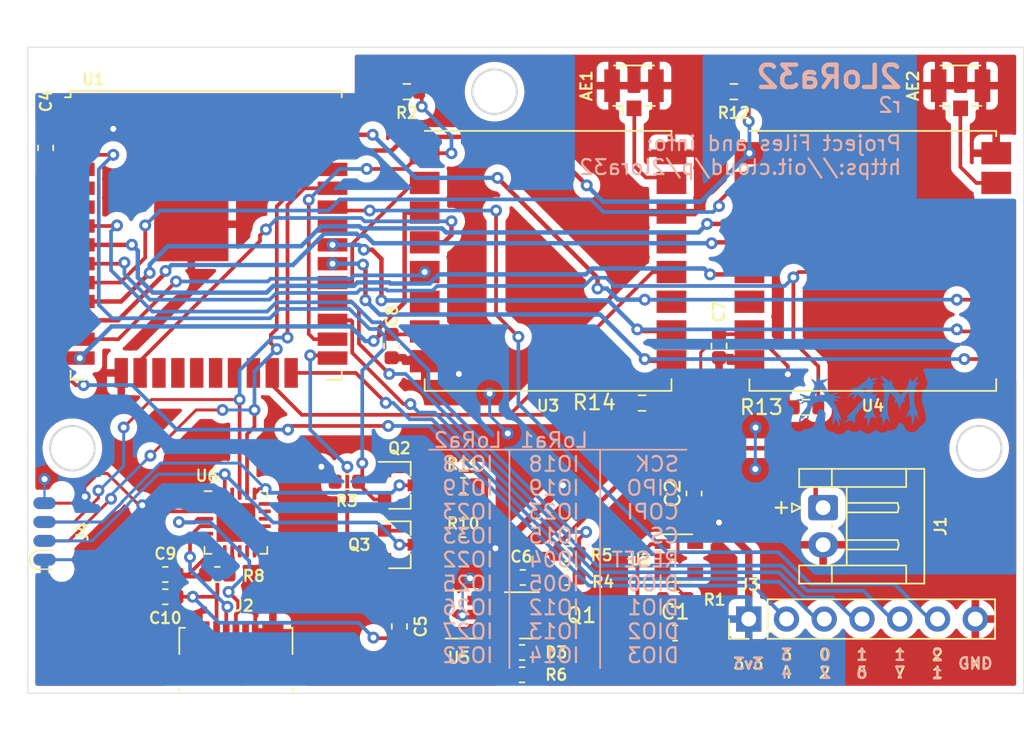
<source format=kicad_pcb>
(kicad_pcb (version 20211014) (generator pcbnew)

  (general
    (thickness 1.6)
  )

  (paper "A4")
  (layers
    (0 "F.Cu" signal)
    (31 "B.Cu" signal)
    (32 "B.Adhes" user "B.Adhesive")
    (33 "F.Adhes" user "F.Adhesive")
    (34 "B.Paste" user)
    (35 "F.Paste" user)
    (36 "B.SilkS" user "B.Silkscreen")
    (37 "F.SilkS" user "F.Silkscreen")
    (38 "B.Mask" user)
    (39 "F.Mask" user)
    (40 "Dwgs.User" user "User.Drawings")
    (41 "Cmts.User" user "User.Comments")
    (42 "Eco1.User" user "User.Eco1")
    (43 "Eco2.User" user "User.Eco2")
    (44 "Edge.Cuts" user)
    (45 "Margin" user)
    (46 "B.CrtYd" user "B.Courtyard")
    (47 "F.CrtYd" user "F.Courtyard")
    (48 "B.Fab" user)
    (49 "F.Fab" user)
  )

  (setup
    (stackup
      (layer "F.SilkS" (type "Top Silk Screen"))
      (layer "F.Paste" (type "Top Solder Paste"))
      (layer "F.Mask" (type "Top Solder Mask") (thickness 0.01))
      (layer "F.Cu" (type "copper") (thickness 0.035))
      (layer "dielectric 1" (type "core") (thickness 1.51) (material "FR4") (epsilon_r 4.5) (loss_tangent 0.02))
      (layer "B.Cu" (type "copper") (thickness 0.035))
      (layer "B.Mask" (type "Bottom Solder Mask") (thickness 0.01))
      (layer "B.Paste" (type "Bottom Solder Paste"))
      (layer "B.SilkS" (type "Bottom Silk Screen"))
      (copper_finish "None")
      (dielectric_constraints no)
    )
    (pad_to_mask_clearance 0.051)
    (solder_mask_min_width 0.25)
    (pcbplotparams
      (layerselection 0x00010fc_ffffffff)
      (disableapertmacros false)
      (usegerberextensions true)
      (usegerberattributes false)
      (usegerberadvancedattributes false)
      (creategerberjobfile false)
      (svguseinch false)
      (svgprecision 6)
      (excludeedgelayer true)
      (plotframeref false)
      (viasonmask false)
      (mode 1)
      (useauxorigin false)
      (hpglpennumber 1)
      (hpglpenspeed 20)
      (hpglpendiameter 15.000000)
      (dxfpolygonmode true)
      (dxfimperialunits true)
      (dxfusepcbnewfont true)
      (psnegative false)
      (psa4output false)
      (plotreference true)
      (plotvalue true)
      (plotinvisibletext false)
      (sketchpadsonfab false)
      (subtractmaskfromsilk false)
      (outputformat 1)
      (mirror false)
      (drillshape 0)
      (scaleselection 1)
      (outputdirectory "gerber/")
    )
  )

  (net 0 "")
  (net 1 "GND")
  (net 2 "Net-(AE1-Pad1)")
  (net 3 "Net-(AE2-Pad1)")
  (net 4 "VBUS")
  (net 5 "+3V3")
  (net 6 "VIN")
  (net 7 "VBAT")
  (net 8 "Net-(C9-Pad1)")
  (net 9 "Net-(J2-Pad3)")
  (net 10 "Net-(J2-Pad2)")
  (net 11 "RTS")
  (net 12 "EN")
  (net 13 "Net-(Q2-Pad1)")
  (net 14 "IO0")
  (net 15 "DTR")
  (net 16 "Net-(Q3-Pad1)")
  (net 17 "Net-(R4-Pad2)")
  (net 18 "Net-(R8-Pad1)")
  (net 19 "LORSCK")
  (net 20 "TX")
  (net 21 "RX")
  (net 22 "Net-(U1-Pad29)")
  (net 23 "Net-(R13-Pad1)")
  (net 24 "Net-(U1-Pad16)")
  (net 25 "Net-(U1-Pad13)")
  (net 26 "Net-(U1-Pad12)")
  (net 27 "Net-(U1-Pad10)")
  (net 28 "Net-(R14-Pad1)")
  (net 29 "Net-(U1-Pad8)")
  (net 30 "unconnected-(J2-Pad4)")
  (net 31 "Net-(R1-Pad1)")
  (net 32 "unconnected-(U1-Pad32)")
  (net 33 "unconnected-(U1-Pad22)")
  (net 34 "unconnected-(U1-Pad21)")
  (net 35 "unconnected-(U1-Pad20)")
  (net 36 "unconnected-(U1-Pad19)")
  (net 37 "unconnected-(U1-Pad18)")
  (net 38 "unconnected-(U1-Pad17)")
  (net 39 "Net-(U1-Pad14)")
  (net 40 "Net-(U1-Pad11)")
  (net 41 "SPARE04")
  (net 42 "unconnected-(U1-Pad5)")
  (net 43 "unconnected-(U1-Pad4)")
  (net 44 "unconnected-(U2-Pad4)")
  (net 45 "unconnected-(U3-Pad13)")
  (net 46 "unconnected-(U3-Pad6)")
  (net 47 "unconnected-(U4-Pad13)")
  (net 48 "unconnected-(U4-Pad6)")
  (net 49 "unconnected-(U6-Pad24)")
  (net 50 "unconnected-(U6-Pad22)")
  (net 51 "unconnected-(U6-Pad18)")
  (net 52 "unconnected-(U6-Pad17)")
  (net 53 "unconnected-(U6-Pad16)")
  (net 54 "unconnected-(U6-Pad15)")
  (net 55 "unconnected-(U6-Pad14)")
  (net 56 "unconnected-(U6-Pad13)")
  (net 57 "unconnected-(U6-Pad12)")
  (net 58 "unconnected-(U6-Pad11)")
  (net 59 "unconnected-(U6-Pad10)")
  (net 60 "unconnected-(U6-Pad1)")
  (net 61 "LORCOPI")
  (net 62 "LORCIPO")
  (net 63 "SPARE03")
  (net 64 "SPARE02")
  (net 65 "SPARE01")
  (net 66 "SPARE00")
  (net 67 "Net-(R2-Pad1)")
  (net 68 "Net-(R12-Pad1)")

  (footprint "RF_Module:ESP32-WROOM-32U" (layer "F.Cu") (at 178 96.675001))

  (footprint "Connector_Coaxial:U.FL_Hirose_U.FL-R-SMT-1_Vertical" (layer "F.Cu") (at 228.75 87.07 90))

  (footprint "Capacitor_SMD:C_0603_1608Metric" (layer "F.Cu") (at 167.2 90.781475 90))

  (footprint "Capacitor_SMD:C_0603_1608Metric" (layer "F.Cu") (at 191 123 -90))

  (footprint "Capacitor_SMD:C_0603_1608Metric" (layer "F.Cu") (at 199.3 119.7 180))

  (footprint "Capacitor_SMD:C_0603_1608Metric" (layer "F.Cu") (at 190.475 104.125 -90))

  (footprint "Capacitor_SMD:C_0603_1608Metric" (layer "F.Cu") (at 175.25 119.5 180))

  (footprint "Capacitor_SMD:C_0603_1608Metric" (layer "F.Cu") (at 199.25 124.75 180))

  (footprint "Connector_JST:JST_EH_S2B-EH_1x02_P2.50mm_Horizontal" (layer "F.Cu") (at 219.5 115 -90))

  (footprint "Package_TO_SOT_SMD:SOT-23" (layer "F.Cu") (at 191 113.5))

  (footprint "Package_TO_SOT_SMD:SOT-23" (layer "F.Cu") (at 191 117.5))

  (footprint "Resistor_SMD:R_0603_1608Metric" (layer "F.Cu") (at 187.4625 113.25))

  (footprint "Resistor_SMD:R_0603_1608Metric" (layer "F.Cu") (at 202.3 119.7))

  (footprint "Resistor_SMD:R_0603_1608Metric" (layer "F.Cu") (at 202.3 118.1 180))

  (footprint "Resistor_SMD:R_0603_1608Metric" (layer "F.Cu") (at 199.25 126.25))

  (footprint "Resistor_SMD:R_0603_1608Metric" (layer "F.Cu") (at 178.75 119.5 180))

  (footprint "Resistor_SMD:R_0603_1608Metric" (layer "F.Cu") (at 195.2875 117.5))

  (footprint "Resistor_SMD:R_0603_1608Metric" (layer "F.Cu") (at 195.2875 113.5))

  (footprint "loranet2:DRF1276G" (layer "F.Cu") (at 201 98.140001))

  (footprint "loranet2:DRF1276G" (layer "F.Cu") (at 222.844999 98.140001))

  (footprint "Package_DFN_QFN:QFN-24-1EP_4x4mm_P0.5mm_EP2.6x2.6mm" (layer "F.Cu") (at 180 116))

  (footprint "Connector_USB:USB_Micro-B_Molex_47346-0001" (layer "F.Cu") (at 180 124.8))

  (footprint "Capacitor_SMD:C_0603_1608Metric" (layer "F.Cu") (at 212.5 104.1125 90))

  (footprint "Package_TO_SOT_SMD:SOT-23-5" (layer "F.Cu") (at 195 122.2 180))

  (footprint "Connector_Coaxial:U.FL_Hirose_U.FL-R-SMT-1_Vertical" (layer "F.Cu") (at 206.78 87.07 90))

  (footprint "Capacitor_SMD:C_0603_1608Metric" (layer "F.Cu") (at 209.55 123.444))

  (footprint "Capacitor_SMD:C_0603_1608Metric" (layer "F.Cu") (at 210.82 114.046 90))

  (footprint "Resistor_SMD:R_0603_1608Metric" (layer "F.Cu") (at 209.55 121.158 180))

  (footprint "Package_TO_SOT_SMD:SOT-23-5" (layer "F.Cu") (at 209.795001 118.405001))

  (footprint "Capacitor_SMD:C_0603_1608Metric" (layer "F.Cu") (at 175.25 121 180))

  (footprint "Resistor_SMD:R_0603_1608Metric" (layer "F.Cu") (at 213.5 87 180))

  (footprint "Resistor_SMD:R_0603_1608Metric" (layer "F.Cu") (at 191.5 87 180))

  (footprint "Connector_PinHeader_2.54mm:PinHeader_1x07_P2.54mm_Vertical" (layer "F.Cu") (at 214.5 122.5 90))

  (footprint "Package_TO_SOT_SMD:SOT-23" (layer "F.Cu") (at 199.75 122.25))

  (footprint "Resistor_SMD:R_0603_1608Metric" (layer "F.Cu") (at 218.351714 108.25 180))

  (footprint "Resistor_SMD:R_0603_1608Metric" (layer "F.Cu") (at 207.32 107.96))

  (footprint "loranet2:SOIC_clipProgSmall" (layer "F.Cu") (at 166.376 116.602 -90))

  (footprint "loranet2:MRA-2022_10x6mm" (layer "B.Cu")
    (tedit 623B5DFD) (tstamp 00000000-0000-0000-0000-000060d4245f)
    (at 221.815645 109.15801 180)
    (property "Sheetfile" "loranet2.kicad_sch")
    (property "Sheetname" "")
    (path "/00000000-0000-0000-0000-000060d48c38")
    (attr through_hole)
    (fp_text reference "H1" (at 0 0) (layer "B.SilkS") hide
      (effects (font (size 1.27 1.27) (thickness 0.15)) (justify mirror))
      (tstamp 72bd3a47-5258-460c-bd5b-ac220179bcdf)
    )
    (fp_text value "MountingHole" (at 0 0) (layer "B.SilkS") hide
      (effects (font (size 1.27 1.27) (thickness 0.15)) (justify mirror))
      (tstamp 31948383-d588-419b-b73e-6f2eb277375e)
    )
    (fp_poly (pts
        (xy -1.558313 3.04029)
        (xy -1.564778 3.012362)
        (xy -1.593564 2.958042)
        (xy -1.628618 2.897503)
        (xy -1.676306 2.815254)
        (xy -1.727994 2.726186)
        (xy -1.743926 2.69875)
        (xy -1.842272 2.529417)
        (xy -1.704303 2.523158)
        (xy -1.63412 2.517775)
        (xy -1.58444 2.509763)
        (xy -1.566333 2.501182)
        (xy -1.581318 2.480125)
        (xy -1.620043 2.442047)
        (xy -1.659259 2.407789)
        (xy -1.720942 2.348345)
        (xy -1.757562 2.287767)
        (xy -1.778809 2.219127)
        (xy -1.790032 2.139902)
        (xy -1.795319 2.026606)
        (xy -1.794991 1.887038)
        (xy -1.789365 1.728996)
        (xy -1.77876 1.560279)
        (xy -1.763493 1.388684)
        (xy -1.743884 1.22201)
        (xy -1.735742 1.164167)
        (xy -1.719827 1.049489)
        (xy -1.706621 0.941121)
        (xy -1.697386 0.850389)
        (xy -1.693384 0.788622)
        (xy -1.693313 0.783167)
        (xy -1.679638 0.647461)
        (xy -1.635987 0.533109)
        (xy -1.557401 0.427311)
        (xy -1.553983 0.423635)
        (xy -1.497644 0.361601)
        (xy -1.469219 0.323597)
        (xy -1.466483 0.303927)
        (xy -1.487208 0.296894)
        (xy -1.504225 0.296334)
        (xy -1.581972 0.27694)
        (xy -1.641488 0.220331)
        (xy -1.663375 0.178893)
        (xy -1.682831 0.102771)
        (xy -1.69196 0.003496)
        (xy -1.690281 -0.100914)
        (xy -1.677316 -0.192441)
        (xy -1.673644 -0.206514)
        (xy -1.665232 -0.257309)
        (xy -1.676334 -0.274625)
        (xy -1.704224 -0.255423)
        (xy -1.710785 -0.247892)
        (xy -1.730087 -0.216083)
        (xy -1.760114 -0.157333)
        (xy -1.794811 -0.083567)
        (xy -1.799452 -0.073267)
        (xy -1.848749 0.025689)
        (xy -1.897289 0.103347)
        (xy -1.940536 0.153314)
        (xy -1.971698 0.169334)
        (xy -1.991985 0.153722)
        (xy -2.030372 0.112499)
        (xy -2.07978 0.054088)
        (xy -2.133129 -0.013092)
        (xy -2.183341 -0.080618)
        (xy -2.191414 -0.092038)
        (xy -2.219916 -0.125966)
        (xy -2.231189 -0.122224)
        (xy -2.225405 -0.081734)
        (xy -2.202736 -0.005417)
        (xy -2.163352 0.105803)
        (xy -2.146302 0.151096)
        (xy -2.092618 0.305003)
        (xy -2.053991 0.449979)
        (xy -2.028962 0.596714)
        (xy -2.016071 0.755899)
        (xy -2.013858 0.938224)
        (xy -2.018067 1.090084)
        (xy -2.027363 1.246172)
        (xy -2.043486 1.380888)
        (xy -2.069454 1.515022)
        (xy -2.094718 1.618215)
        (xy -2.120635 1.715801)
        (xy -2.143401 1.797561)
        (xy -2.160648 1.855263)
        (xy -2.17001 1.880674)
        (xy -2.170278 1.881)
        (xy -2.194075 1.877282)
        (xy -2.237493 1.846884)
        (xy -2.294202 1.796576)
        (xy -2.357875 1.733125)
        (xy -2.422183 1.663301)
        (xy -2.480799 1.593873)
        (xy -2.527395 1.531609)
        (xy -2.555641 1.483278)
        (xy -2.561167 1.462893)
        (xy -2.549776 1.42417)
        (xy -2.520662 1.367321)
        (xy -2.498052 1.331394)
        (xy -2.462524 1.276498)
        (xy -2.439455 1.236133)
        (xy -2.434552 1.223516)
        (xy -2.452511 1.220774)
        (xy -2.499163 1.229318)
        (xy -2.542632 1.240993)
        (xy -2.606181 1.256004)
        (xy -2.652881 1.259959)
        (xy -2.667672 1.255727)
        (xy -2.679395 1.229386)
        (xy -2.698868 1.170848)
        (xy -2.723327 1.08892)
        (xy -2.748596 0.997708)
        (xy -2.774584 0.90273)
        (xy -2.797304 0.823689)
        (xy -2.814254 0.769031)
        (xy -2.82279 0.747321)
        (xy -2.831657 0.760755)
        (xy -2.844799 0.805596)
        (xy -2.857041 0.860864)
        (xy -2.892058 1.011047)
        (xy -2.931665 1.124)
        (xy -2.97887 1.204798)
        (xy -3.036678 1.258515)
        (xy -3.108096 1.290224)
        (xy -3.112073 1.291321)
        (xy -3.172218 1.312414)
        (xy -3.192545 1.336524)
        (xy -3.175421 1.370209)
        (xy -3.149909 1.396114)
        (xy -3.103651 1.43921)
        (xy -3.195242 1.619847)
        (xy -3.245648 1.711891)
        (xy -3.300634 1.800699)
        (xy -3.350762 1.871352)
        (xy -3.365826 1.889497)
        (xy -3.444818 1.97851)
        (xy -3.457715 1.872964)
        (xy -3.464957 1.803329)
        (xy -3.47401 1.700469)
        (xy -3.484196 1.573416)
        (xy -3.494839 1.431205)
        (xy -3.505261 1.28287)
        (xy -3.514785 1.137445)
        (xy -3.522333 1.011101)
        (xy -3.526449 0.919505)
        (xy -3.524771 0.856223)
        (xy -3.514861 0.807369)
        (xy -3.494285 0.759057)
        (xy -3.470356 0.714767)
        (xy -3.417075 0.616539)
        (xy -3.365587 0.5164)
        (xy -3.319319 0.421658)
        (xy -3.2817 0.33962)
        (xy -3.256158 0.277593)
        (xy -3.246119 0.242885)
        (xy -3.246938 0.238507)
        (xy -3.267079 0.245759)
        (xy -3.308609 0.276244)
        (xy -3.362761 0.323483)
        (xy -3.365896 0.326406)
        (xy -3.422794 0.375238)
        (xy -3.470226 0.408081)
        (xy -3.49814 0.418001)
        (xy -3.498514 0.417891)
        (xy -3.524666 0.396752)
        (xy -3.563257 0.352039)
        (xy -3.58775 0.319082)
        (xy -3.615204 0.278151)
        (xy -3.633306 0.241843)
        (xy -3.64397 0.200053)
        (xy -3.649111 0.142679)
        (xy -3.650643 0.059619)
        (xy -3.650612 -0.012619)
        (xy -3.650696 -0.108022)
        (xy -3.651405 -0.185627)
        (xy -3.652618 -0.237042)
        (xy -3.654082 -0.254)
        (xy -3.665652 -0.237019)
        (xy -3.692636 -0.192002)
        (xy -3.72974 -0.127832)
        (xy -3.739246 -0.111125)
        (xy -3.777599 -0.041334)
        (xy -3.801336 0.012712)
        (xy -3.81384 0.065435)
        (xy -3.818491 0.131259)
        (xy -3.818672 0.224605)
        (xy -3.818647 0.227542)
        (xy -3.819537 0.326598)
        (xy -3.824656 0.388572)
        (xy -3.834654 0.418564)
        (xy -3.843597 0.423334)
        (xy -3.87619 0.406636)
        (xy -3.920183 0.364023)
        (xy -3.966654 0.306714)
        (xy -4.006678 0.24593)
        (xy -4.031332 0.192891)
        (xy -4.033576 0.184466)
        (xy -4.044932 0.143133)
        (xy -4.056289 0.138918)
        (xy -4.069236 0.158274)
        (xy -4.083845 0.220057)
        (xy -4.079168 0.315424)
        (xy -4.055891 0.440634)
        (xy -4.014696 0.591944)
        (xy -3.960246 0.75463)
        (xy -3.919647 0.872097)
        (xy -3.882579 0.988328)
        (xy -3.852618 1.091489)
        (xy -3.833338 1.169746)
        (xy -3.830722 1.183365)
        (xy -3.813282 1.322433)
        (xy -3.805796 1.47418)
        (xy -3.808106 1.624682)
        (xy -3.820056 1.760015)
        (xy -3.83832 1.855139)
        (xy -3.855999 1.943748)
        (xy -3.86863 2.051431)
        (xy -3.8735 2.154995)
        (xy -3.8735 2.155745)
        (xy -3.874304 2.241117)
        (xy -3.879285 2.296604)
        (xy -3.892301 2.334653)
        (xy -3.917206 2.367709)
        (xy -3.949077 2.399695)
        (xy -4.012713 2.453521)
        (xy -4.081429 2.500272)
        (xy -4.102535 2.511839)
        (xy -4.180417 2.550584)
        (xy -3.878521 2.56292)
        (xy -3.939233 2.675013)
        (xy -3.979083 2.754204)
        (xy -4.014264 2.834076)
        (xy -4.041037 2.904828)
        (xy -4.055666 2.956658)
        (xy -4.055238 2.979152)
        (xy -4.025218 2.983607)
        (xy -3.985399 2.961784)
        (xy -3.94931 2.92273)
        (xy -3.937146 2.900185)
        (xy -3.910751 2.856968)
        (xy -3.86607 2.80258)
        (xy -3.811425 2.745067)
        (xy -3.75514 2.692474)
        (xy -3.705535 2.652847)
        (xy -3.670936 2.634231)
        (xy -3.662596 2.634779)
        (xy -3.64168 2.65904)
        (xy -3.609153 2.708367)
        (xy -3.583254 2.752404)
        (xy -3.549124 2.809399)
        (xy -3.522214 2.84756)
        (xy -3.51108 2.857479)
        (xy -3.500083 2.838757)
        (xy -3.487927 2.791615)
        (xy -3.483621 2.767542)
        (xy -3.464942 2.682506)
        (xy -3.433917 2.574891)
        (xy -3.39487 2.45693)
        (xy -3.352122 2.340855)
        (xy -3.309997 2.238899)
        (xy -3.272815 2.163296)
        (xy -3.266184 2.152144)
        (xy -3.224868 2.092707)
        (xy -3.168854 2.021227)
        (xy -3.104656 1.944951)
        (xy -3.038789 1.871125)
        (xy -2.977765 1.806992)
        (xy -2.9281 1.7598)
        (xy -2.896309 1.736793)
        (xy -2.891739 1.735667)
        (xy -2.862294 1.751288)
        (xy -2.82575 1.789348)
        (xy -2.822315 1.793875)
        (xy -2.791733 1.832402)
        (xy -2.740403 1.894214)
        (xy -2.675497 1.970775)
        (xy -2.604515 2.053167)
        (xy -2.501453 2.175808)
        (xy -2.425615 2.277156)
        (xy -2.373197 2.364716)
        (xy -2.340393 2.445993)
        (xy -2.323401 2.528494)
        (xy -2.318421 2.617576)
        (xy -2.317311 2.699049)
        (xy -2.310384 2.741208)
        (xy -2.290895 2.747027)
        (xy -2.252095 2.719478)
        (xy -2.19755 2.670835)
        (xy -2.140849 2.619636)
        (xy -2.037589 2.722693)
        (xy -1.976359 2.778441)
        (xy -1.899475 2.840732)
        (xy -1.815208 2.903771)
        (xy -1.73183 2.961765)
        (xy -1.657614 3.008921)
        (xy -1.60083 3.039445)
        (xy -1.573125 3.048)
        (xy -1.558313 3.04029)
      ) (layer "B.Cu") (width 0.01) (fill solid) (tstamp 4f31de85-a5e9-490a-9f64-4ba66189b3e4))
    (fp_poly (pts
        (xy -0.766927 2.988489)
        (xy -0.737465 2.943923)
        (xy -0.709493 2.894542)
        (xy -0.670534 2.826151)
        (xy -0.629762 2.76762)
        (xy -0.580673 2.712555)
        (xy -0.516765 2.654561)
        (xy -0.431533 2.587244)
        (xy -0.318474 2.50421)
        (xy -0.296333 2.488296)
        (xy -0.178287 2.403613)
        (xy -0.088159 2.34004)
        (xy -0.019196 2.294395)
        (xy 0.035354 2.263496)
        (xy 0.082245 2.244161)
        (xy 0.128229 2.23321)
        (xy 0.180058 2.22746)
        (xy 0.244486 2.223729)
        (xy 0.267793 2.2225)
        (xy 0.463395 2.211917)
        (xy 0.337927 2.106084)
        (xy 0.27864 2.054775)
        (xy 0.234556 2.014147)
        (xy 0.213537 1.991512)
        (xy 0.212789 1.989667)
        (xy 0.230796 1.976636)
        (xy 0.278398 1.951287)
        (xy 0.34646 1.918395)
        (xy 0.369959 1.907561)
        (xy 0.455243 1.865778)
        (xy 0.514071 1.827168)
        (xy 0.559943 1.780915)
        (xy 0.603604 1.720363)
        (xy 0.641148 1.660068)
        (xy 0.664885 1.614506)
        (xy 0.669705 1.593983)
        (xy 0.648839 1.600457)
        (xy 0.602018 1.626805)
        (xy 0.537612 1.668126)
        (xy 0.504126 1.690991)
        (xy 0.403789 1.755225)
        (xy 0.320306 1.797638)
        (xy 0.257845 1.816816)
        (xy 0.220577 1.811347)
        (xy 0.211667 1.790116)
        (xy 0.216188 1.752467)
        (xy 0.228057 1.687549)
        (xy 0.244727 1.609253)
        (xy 0.24514 1.607434)
        (xy 0.260632 1.531011)
        (xy 0.269657 1.469477)
        (xy 0.270365 1.435604)
        (xy 0.270148 1.434862)
        (xy 0.25595 1.439577)
        (xy 0.225226 1.473826)
        (xy 0.183538 1.531028)
        (xy 0.163981 1.560493)
        (xy 0.11394 1.632975)
        (xy 0.067001 1.692578)
        (xy 0.031344 1.729151)
        (xy 0.02409 1.734103)
        (xy -0.022048 1.746063)
        (xy -0.06402 1.738795)
        (xy -0.084473 1.715711)
        (xy -0.084667 1.712712)
        (xy -0.100943 1.693475)
        (xy -0.144755 1.656597)
        (xy -0.208579 1.608164)
        (xy -0.255227 1.574772)
        (xy -0.425787 1.455257)
        (xy -0.376935 1.403038)
        (xy -0.332194 1.361059)
        (xy -0.269378 1.30894)
        (xy -0.225247 1.275173)
        (xy -0.15711 1.216291)
        (xy -0.084206 1.139908)
        (xy -0.032494 1.075954)
        (xy 0.012109 1.019382)
        (xy 0.079231 0.940229)
        (xy 0.161969 0.846356)
        (xy 0.253421 0.745621)
        (xy 0.326291 0.667417)
        (xy 0.427529 0.56142)
        (xy 0.505537 0.483227)
        (xy 0.564957 0.428779)
        (xy 0.610433 0.394019)
        (xy 0.646608 0.374888)
        (xy 0.667996 0.368787)
        (xy 0.716293 0.356531)
        (xy 0.740259 0.344186)
        (xy 0.740833 0.342496)
        (xy 0.72727 0.321405)
        (xy 0.692588 0.281316)
        (xy 0.665381 0.252598)
        (xy 0.589928 0.175328)
        (xy 0.659344 0.105912)
        (xy 0.708954 0.060643)
        (xy 0.779844 0.001296)
        (xy 0.859027 -0.061356)
        (xy 0.882963 -0.079566)
        (xy 0.96073 -0.140553)
        (xy 1.011082 -0.184976)
        (xy 1.032921 -0.210743)
        (xy 1.025146 -0.215766)
        (xy 0.986657 -0.197952)
        (xy 0.926042 -0.16143)
        (xy 0.791386 -0.080612)
        (xy 0.677518 -0.024323)
        (xy 0.574524 0.012055)
        (xy 0.530558 0.022846)
        (xy 0.460289 0.034558)
        (xy 0.411996 0.031325)
        (xy 0.367551 0.011762)
        (xy 0.364849 0.01018)
        (xy 0.30763 -0.035965)
        (xy 0.256216 -0.09786)
        (xy 0.221066 -0.161061)
        (xy 0.211667 -0.201334)
        (xy 0.204651 -0.226445)
        (xy 0.19259 -0.221191)
        (xy 0.185063 -0.193651)
        (xy 0.177714 -0.132155)
        (xy 0.171273 -0.045079)
        (xy 0.166468 0.059204)
        (xy 0.165548 0.089169)
        (xy 0.157582 0.379422)
        (xy 0.041749 0.492029)
        (xy -0.030401 0.570266)
        (xy -0.102365 0.661302)
        (xy -0.151612 0.734403)
        (xy -0.213844 0.823298)
        (xy -0.294891 0.909125)
        (xy -0.404542 1.002243)
        (xy -0.4053 1.002839)
        (xy -0.478991 1.058037)
        (xy -0.541081 1.099312)
        (xy -0.584008 1.121954)
        (xy -0.599292 1.123675)
        (xy -0.620346 1.08239)
        (xy -0.63808 1.010174)
        (xy -0.650428 0.918411)
        (xy -0.655323 0.818485)
        (xy -0.655334 0.814917)
        (xy -0.651293 0.739231)
        (xy -0.636407 0.666401)
        (xy -0.606876 0.581928)
        (xy -0.574187 0.505249)
        (xy -0.530924 0.414082)
        (xy -0.485641 0.328403)
        (xy -0.44597 0.262356)
        (xy -0.43398 0.245381)
        (xy -0.401316 0.197353)
        (xy -0.385912 0.163971)
        (xy -0.386581 0.156698)
        (xy -0.410488 0.158551)
        (xy -0.457756 0.176462)
        (xy -0.483939 0.189024)
        (xy -0.539063 0.215397)
        (xy -0.578226 0.230964)
        (xy -0.586532 0.232754)
        (xy -0.603508 0.214905)
        (xy -0.628779 0.169284)
        (xy -0.645583 0.132213)
        (xy -0.670307 0.056546)
        (xy -0.683725 -0.032331)
        (xy -0.687912 -0.148423)
        (xy -0.687917 -0.153432)
        (xy -0.689035 -0.235999)
        (xy -0.692024 -0.299542)
        (xy -0.696337 -0.3345)
        (xy -0.6985 -0.338362)
        (xy -0.712179 -0.320618)
        (xy -0.737411 -0.274573)
        (xy -0.765656 -0.21668)
        (xy -0.806996 -0.101815)
        (xy -0.833462 0.024763)
        (xy -0.836334 0.049512)
        (xy -0.850571 0.150126)
        (xy -0.873859 0.214522)
        (xy -0.912361 0.248717)
        (xy -0.972237 0.258729)
        (xy -1.044425 0.252735)
        (xy -1.126264 0.235296)
        (xy -1.202895 0.208739)
        (xy -1.235251 0.192354)
        (xy -1.284436 0.164178)
        (xy -1.317917 0.14901)
        (xy -1.322303 0.148167)
        (xy -1.316349 0.162722)
        (xy -1.28741 0.201735)
        (xy -1.240851 0.258224)
        (xy -1.212465 0.291042)
        (xy -1.087069 0.433917)
        (xy -1.039732 0.814917)
        (xy -1.023905 0.940538)
        (xy -1.009159 1.054349)
        (xy -0.996533 1.148555)
        (xy -0.987071 1.215362)
        (xy -0.982203 1.245231)
        (xy -0.979941 1.280412)
        (xy -1.002007 1.28509)
        (xy -1.020465 1.280332)
        (xy -1.060748 1.262248)
        (xy -1.123808 1.227144)
        (xy -1.197472 1.181884)
        (xy -1.213809 1.1713)
        (xy -1.281994 1.129044)
        (xy -1.3363 1.099798)
        (xy -1.367654 1.088297)
        (xy -1.371333 1.089111)
        (xy -1.36346 1.108646)
        (xy -1.330968 1.148421)
        (xy -1.280622 1.200264)
        (xy -1.274065 1.206562)
        (xy -1.204546 1.280504)
        (xy -1.169589 1.337557)
        (xy -1.164167 1.364775)
        (xy -1.167755 1.397051)
        (xy -1.18591 1.412723)
        (xy -1.229722 1.41765)
        (xy -1.264708 1.417916)
        (xy -1.346004 1.411783)
        (xy -1.438814 1.39649)
        (xy -1.481667 1.386417)
        (xy -1.56906 1.364371)
        (xy -1.620909 1.35553)
        (xy -1.641895 1.359897)
        (xy -1.636695 1.377477)
        (xy -1.629711 1.386565)
        (xy -1.598096 1.407122)
        (xy -1.536994 1.434042)
        (xy -1.457752 1.462519)
        (xy -1.428966 1.471618)
        (xy -1.30902 1.514451)
        (xy -1.230033 1.557586)
        (xy -1.190633 1.601893)
        (xy -1.185333 1.626148)
        (xy -1.198593 1.654507)
        (xy -1.232745 1.701393)
        (xy -1.264708 1.738975)
        (xy -1.302786 1.782056)
        (xy -1.320316 1.807998)
        (xy -1.312978 1.818049)
        (xy -1.276452 1.813455)
        (xy -1.206417 1.795464)
        (xy -1.136568 1.775967)
        (xy -1.073832 1.760416)
        (xy -1.038543 1.759171)
        (xy -1.018212 1.772502)
        (xy -1.013691 1.778597)
        (xy -1.006227 1.812042)
        (xy -1.0026 1.877921)
        (xy -1.00238 1.966548)
        (xy -1.004645 2.049973)
        (xy -0.613433 2.049973)
        (xy -0.611161 1.977293)
        (xy -0.60607 1.920154)
        (xy -0.600519 1.894932)
        (xy -0.587719 1.875239)
        (xy -0.565818 1.871912)
        (xy -0.528416 1.887413)
        (xy -0.469115 1.924201)
        (xy -0.399139 1.972339)
        (xy -0.33405 2.020262)
        (xy -0.300267 2.052321)
        (xy -0.29277 2.074382)
        (xy -0.300762 2.087306)
        (xy -0.332948 2.11217)
        (xy -0.387018 2.147963)
        (xy -0.451667 2.187905)
        (xy -0.515587 2.225212)
        (xy -0.567473 2.253103)
        (xy -0.596018 2.264795)
        (xy -0.596713 2.264834)
        (xy -0.604526 2.245624)
        (xy -0.609997 2.195701)
        (xy -0.613005 2.12663)
        (xy -0.613433 2.049973)
        (xy -1.004645 2.049973)
        (xy -1.005142 2.068239)
        (xy -1.010458 2.17331)
        (xy -1.017899 2.272075)
        (xy -1.027038 2.35485)
        (xy -1.037449 2.411949)
        (xy -1.04229 2.426375)
        (xy -1.074536 2.465215)
        (xy -1.12969 2.505662)
        (xy -1.156839 2.52041)
        (xy -1.221333 2.556837)
        (xy -1.245569 2.583875)
        (xy -1.229319 2.60094)
        (xy -1.190625 2.606835)
        (xy -1.132033 2.609596)
        (xy -1.089461 2.608584)
        (xy -1.039721 2.602633)
        (xy -1.005417 2.597517)
        (xy -0.92075 2.584671)
        (xy -0.994833 2.648589)
        (xy -1.084569 2.715686)
        (xy -1.174788 2.765312)
        (xy -1.253719 2.79146)
        (xy -1.27974 2.794)
        (xy -1.319941 2.799721)
        (xy -1.3335 2.810934)
        (xy -1.314775 2.846019)
        (xy -1.26494 2.868524)
        (xy -1.193508 2.877785)
        (xy -1.109993 2.873136)
        (xy -1.023906 2.853912)
        (xy -0.976647 2.835869)
        (xy -0.907724 2.806487)
        (xy -0.86837 2.796596)
        (xy -0.850661 2.806031)
        (xy -0.846667 2.833175)
        (xy -0.840112 2.880789)
        (xy -0.824178 2.935686)
        (xy -0.804464 2.982344)
        (xy -0.786567 3.005241)
        (xy -0.78446 3.005667)
        (xy -0.766927 2.988489)
      ) (layer "B.Cu") (width 0.01) (fill solid) (tstamp 8da5ca03-ed4e-4318-a05e-8d1b9da96279))
    (fp_poly (pts
        (xy 2.617647 3.023614)
        (xy 2.631609 2.974592)
        (xy 2.635504 2.950012)
        (xy 2.658609 2.813046)
        (xy 2.686259 2.716405)
        (xy 2.72114 2.658121)
        (xy 2.765939 2.636228)
        (xy 2.823344 2.648757)
        (xy 2.89604 2.693741)
        (xy 2.938965 2.727791)
        (xy 3.022266 2.794403)
        (xy 3.07655 2.830305)
        (xy 3.102496 2.834958)
        (xy 3.100781 2.807823)
        (xy 3.072083 2.748363)
        (xy 3.021121 2.662532)
        (xy 2.950978 2.540619)
        (xy 2.90925 2.440602)
        (xy 2.895749 2.353171)
        (xy 2.910284 2.269014)
        (xy 2.952665 2.178822)
        (xy 3.009487 2.091811)
        (xy 3.065145 2.003871)
        (xy 3.117459 1.906062)
        (xy 3.152408 1.826278)
        (xy 3.181697 1.754696)
        (xy 3.210285 1.697935)
        (xy 3.230163 1.670302)
        (xy 3.25302 1.662369)
        (xy 3.294815 1.664938)
        (xy 3.361716 1.67912)
        (xy 3.459889 1.706022)
        (xy 3.508285 1.720291)
        (xy 3.64563 1.760748)
        (xy 3.747453 1.789175)
        (xy 3.818512 1.806574)
        (xy 3.863561 1.813952)
        (xy 3.887355 1.812312)
        (xy 3.894649 1.80266)
        (xy 3.894667 1.801926)
        (xy 3.877193 1.773628)
        (xy 3.830655 1.73304)
        (xy 3.763873 1.686757)
        (xy 3.68567 1.641374)
        (xy 3.667125 1.631821)
        (xy 3.614278 1.601629)
        (xy 3.581928 1.57611)
        (xy 3.577167 1.567629)
        (xy 3.596248 1.550205)
        (xy 3.646785 1.527644)
        (xy 3.718712 1.503078)
        (xy 3.801967 1.479639)
        (xy 3.886486 1.460456)
        (xy 3.958167 1.449095)
        (xy 4.050039 1.433957)
        (xy 4.120805 1.41265)
        (xy 4.162332 1.388103)
        (xy 4.169833 1.372854)
        (xy 4.149942 1.366289)
        (xy 4.095365 1.360018)
        (xy 4.01375 1.354643)
        (xy 3.912745 1.350766)
        (xy 3.879186 1.349973)
        (xy 3.588539 1.344084)
        (xy 3.696208 1.27505)
        (xy 3.771702 1.22261)
        (xy 3.830342 1.174132)
        (xy 3.865739 1.135553)
        (xy 3.871506 1.112809)
        (xy 3.87117 1.112448)
        (xy 3.849541 1.117227)
        (xy 3.799393 1.137729)
        (xy 3.729749 1.170117)
        (xy 3.694179 1.187685)
        (xy 3.591153 1.235267)
        (xy 3.513963 1.260472)
        (xy 3.454313 1.265964)
        (xy 3.451199 1.265733)
        (xy 3.407249 1.260128)
        (xy 3.384252 1.245361)
        (xy 3.374266 1.210107)
        (xy 3.369728 1.149533)
        (xy 3.370818 1.076893)
        (xy 3.385591 1.008653)
        (xy 3.417865 0.937009)
        (xy 3.471461 0.854156)
        (xy 3.550196 0.752291)
        (xy 3.584584 0.71048)
        (xy 3.728586 0.520118)
        (xy 3.833796 0.341363)
        (xy 3.901344 0.171747)
        (xy 3.932364 0.008802)
        (xy 3.934806 -0.052916)
        (xy 3.934374 -0.201083)
        (xy 3.893315 -0.116416)
        (xy 3.863492 -0.053673)
        (xy 3.824644 0.029704)
        (xy 3.785138 0.115751)
        (xy 3.784835 0.116417)
        (xy 3.717412 0.264584)
        (xy 3.704842 0.179917)
        (xy 3.696165 0.128825)
        (xy 3.688664 0.115505)
        (xy 3.678339 0.135717)
        (xy 3.674185 0.147417)
        (xy 3.65116 0.185638)
        (xy 3.605418 0.242418)
        (xy 3.565508 0.28575)
        (xy 3.683 0.28575)
        (xy 3.693583 0.275167)
        (xy 3.704167 0.28575)
        (xy 3.693583 0.296334)
        (xy 3.683 0.28575)
        (xy 3.565508 0.28575)
        (xy 3.545361 0.307623)
        (xy 3.521382 0.331672)
        (xy 3.386667 0.463761)
        (xy 3.386667 0.221297)
        (xy 3.384896 0.113278)
        (xy 3.379882 0.033824)
        (xy 3.372074 -0.011926)
        (xy 3.3655 -0.021166)
        (xy 3.349657 -0.003033)
        (xy 3.344333 0.032382)
        (xy 3.338156 0.071115)
        (xy 3.321171 0.141378)
        (xy 3.295695 0.234453)
        (xy 3.264048 0.341624)
        (xy 3.250043 0.386924)
        (xy 3.211853 0.509313)
        (xy 3.173666 0.632518)
        (xy 3.139434 0.743742)
        (xy 3.113106 0.830188)
        (xy 3.108786 0.844547)
        (xy 3.061153 0.978116)
        (xy 3.004176 1.082078)
        (xy 2.932073 1.160414)
        (xy 2.83906 1.217103)
        (xy 2.719353 1.256128)
        (xy 2.567168 1.281468)
        (xy 2.459175 1.29166)
        (xy 2.325013 1.30023)
        (xy 2.225255 1.301158)
        (xy 2.152344 1.292408)
        (xy 2.098724 1.271941)
        (xy 2.056838 1.237719)
        (xy 2.01913 1.187706)
        (xy 2.007906 1.169972)
        (xy 1.970447 1.117133)
        (xy 1.913995 1.04651)
        (xy 1.848877 0.970855)
        (xy 1.827853 0.94762)
        (xy 1.760794 0.867787)
        (xy 1.703182 0.786939)
        (xy 1.664581 0.718754)
        (xy 1.659745 0.707217)
        (xy 1.647029 0.671449)
        (xy 1.63836 0.636748)
        (xy 1.633728 0.596216)
        (xy 1.633124 0.542951)
        (xy 1.636538 0.470054)
        (xy 1.643962 0.370623)
        (xy 1.655384 0.237759)
        (xy 1.659044 0.196485)
        (xy 1.669774 0.068843)
        (xy 1.678077 -0.043958)
        (xy 1.683564 -0.135302)
        (xy 1.685845 -0.198574)
        (xy 1.684529 -0.227158)
        (xy 1.684086 -0.227969)
        (xy 1.661328 -0.224692)
        (xy 1.625216 -0.195944)
        (xy 1.585848 -0.1515)
        (xy 1.553583 -0.101642)
        (xy 1.531229 -0.038282)
        (xy 1.523711 0.014824)
        (xy 1.5186 0.079123)
        (xy 1.510303 0.123068)
        (xy 1.500947 0.148939)
        (xy 1.488036 0.149959)
        (xy 1.46461 0.122134)
        (xy 1.436483 0.080735)
        (xy 1.399728 0.018308)
        (xy 1.358698 -0.06232)
        (xy 1.318243 -0.150104)
        (xy 1.283215 -0.234001)
        (xy 1.258463 -0.302965)
        (xy 1.248838 -0.345954)
        (xy 1.248833 -0.346529)
        (xy 1.235525 -0.383834)
        (xy 1.226107 -0.392546)
        (xy 1.214819 -0.383698)
        (xy 1.209385 -0.338011)
        (xy 1.209609 -0.253253)
        (xy 1.210777 -0.219171)
        (xy 1.22218 -0.082286)
        (xy 1.245685 0.026286)
        (xy 1.264944 0.079375)
        (xy 1.289938 0.148106)
        (xy 1.292102 0.182463)
        (xy 1.270754 0.182584)
        (xy 1.225209 0.148606)
        (xy 1.171965 0.098036)
        (xy 1.124543 0.054793)
        (xy 1.09119 0.032359)
        (xy 1.0795 0.034898)
        (xy 1.087162 0.07741)
        (xy 1.108031 0.150217)
        (xy 1.138931 0.24458)
        (xy 1.176687 0.351762)
        (xy 1.218123 0.463022)
        (xy 1.260062 0.569623)
        (xy 1.29933 0.662823)
        (xy 1.33275 0.733886)
        (xy 1.335276 0.738734)
        (xy 1.373876 0.817631)
        (xy 1.402895 0.887673)
        (xy 1.417386 0.936568)
        (xy 1.418167 0.944713)
        (xy 1.431548 0.990971)
        (xy 1.464923 1.046805)
        (xy 1.477724 1.062889)
        (xy 1.561855 1.168881)
        (xy 1.612314 1.251342)
        (xy 1.629809 1.311439)
        (xy 1.629833 1.313334)
        (xy 1.627789 1.336674)
        (xy 1.615929 1.349934)
        (xy 1.585659 1.354931)
        (xy 1.528388 1.353479)
        (xy 1.4605 1.34911)
        (xy 1.382003 1.345762)
        (xy 1.32283 1.347109)
        (xy 1.292937 1.352791)
        (xy 1.291167 1.355227)
        (xy 1.308966 1.381805)
        (xy 1.354915 1.416792)
        (xy 1.417844 1.452919)
        (xy 1.48658 1.482914)
        (xy 1.488297 1.48353)
        (xy 1.546448 1.509311)
        (xy 1.588517 1.536807)
        (xy 1.593932 1.542335)
        (xy 1.59523 1.555057)
        (xy 1.570991 1.56197)
        (xy 1.517859 1.562996)
        (xy 1.432478 1.558056)
        (xy 1.311494 1.547072)
        (xy 1.17475 1.532548)
        (xy 1.068917 1.520829)
        (xy 1.179206 1.596498)
        (xy 1.237107 1.634298)
        (xy 1.284368 1.656836)
        (xy 1.335706 1.668036)
        (xy 1.405832 1.671822)
        (xy 1.462945 1.672167)
        (xy 1.547801 1.672533)
        (xy 1.596939 1.67504)
        (xy 1.616976 1.681804)
        (xy 1.614529 1.694941)
        (xy 1.597465 1.715184)
        (xy 1.531444 1.771896)
        (xy 1.530146 1.772709)
        (xy 2.201412 1.772709)
        (xy 2.22036 1.763109)
        (xy 2.268649 1.756518)
        (xy 2.301875 1.755022)
        (xy 2.368976 1.751278)
        (xy 2.46176 1.742837)
        (xy 2.564041 1.731249)
        (xy 2.6035 1.726146)
        (xy 2.715417 1.711262)
        (xy 2.79205 1.701815)
        (xy 2.840045 1.697409)
        (xy 2.866048 1.697645)
        (xy 2.876704 1.702127)
        (xy 2.878667 1.709678)
        (xy 2.866335 1.734631)
        (xy 2.83524 1.778452)
        (xy 2.818441 1.799636)
        (xy 2.777586 1.857862)
        (xy 2.730691 1.936794)
        (xy 2.692148 2.010834)
        (xy 2.65064 2.090607)
        (xy 2.607048 2.163979)
        (xy 2.573217 2.211917)
        (xy 2.520356 2.275417)
        (xy 2.519594 2.212728)
        (xy 2.510473 2.169024)
        (xy 2.480141 2.121142)
        (xy 2.42252 2.06011)
        (xy 2.404903 2.043395)
        (xy 2.336093 1.973295)
        (xy 2.275055 1.9009)
        (xy 2.228664 1.835353)
        (xy 2.203794 1.785799)
        (xy 2.201412 1.772709)
        (xy 1.530146 1.772709)
        (xy 1.440713 1.828711)
        (xy 1.341629 1.875463)
        (xy 1.335992 1.877644)
        (xy 1.300073 1.892101)
        (xy 1.290074 1.899927)
        (xy 1.310471 1.902074)
        (xy 1.365738 1.899489)
        (xy 1.421523 1.895788)
        (xy 1.542632 1.880919)
        (xy 1.638536 1.852705)
        (xy 1.683967 1.831351)
        (xy 1.745268 1.801226)
        (xy 1.79355 1.781881)
        (xy 1.81071 1.778)
        (xy 1.84631 1.795833)
        (xy 1.894505 1.84442)
        (xy 1.949482 1.916396)
        (xy 2.005425 2.004395)
        (xy 2.04127 2.070059)
        (xy 2.087962 2.157244)
        (xy 2.146574 2.260473)
        (xy 2.205992 2.360272)
        (xy 2.218114 2.379907)
        (xy 2.32268 2.547897)
        (xy 2.20129 2.626354)
        (xy 2.133205 2.674325)
        (xy 2.075945 2.721672)
        (xy 2.044741 2.754698)
        (xy 2.022408 2.790439)
        (xy 2.029276 2.805233)
        (xy 2.061754 2.811149)
        (xy 2.108232 2.80836)
        (xy 2.179009 2.79467)
        (xy 2.255109 2.774108)
        (xy 2.342083 2.751281)
        (xy 2.427206 2.735496)
        (xy 2.484021 2.730503)
        (xy 2.57175 2.730506)
        (xy 2.573296 2.868574)
        (xy 2.578051 2.95397)
        (xy 2.588564 3.010287)
        (xy 2.602531 3.034507)
        (xy 2.617647 3.023614)
      ) (layer "B.Cu") (width 0.01) (fill solid) (tstamp a810b8ca-59ed-411f-bcad-a352419dcd10))
    (fp_poly (pts
        (xy -3.239167 -2.248814)
        (xy -4.586454 -2.248814)
        (xy -4.636167 -2.301731)
        (xy -4.685879 -2.354647)
        (xy -3.239167 -2.354647)
        (xy -3.239167 -3.031981)
        (xy -6.318689 -3.031981)
        (xy -5.578083 -2.291147)
        (xy -4.837477 -1.550314)
        (xy -3.9165 -1.550314)
        (xy -3.9165 -1.444481)
        (xy -6.181333 -1.444481)
        (xy -6.181333 -0.767147)
        (xy -3.239167 -0.767147)
        (xy -3.239167 -2.248814)
      ) (layer "B.Mask") (width 0.01) (fill solid) (tstamp 7ac21db1-e4be-4157-bfc8-2dca055ba0c9))
    (fp_poly (pts
        (xy -1.558313 3.04029)
        (xy -1.564778 3.012362)
        (xy -1.593564 2.958042)
        (xy -1.628618 2.897503)
        (xy -1.676306 2.815254)
        (xy -1.727994 2.726186)
        (xy -1.743926 2.69875)
        (xy -1.842272 2.529417)
        (xy -1.704303 2.523158)
        (xy -1.63412 2.517775)
        (xy -1.58444 2.509763)
        (xy -1.566333 2.501182)
        (xy -1.581318 2.480125)
        (xy -1.620043 2.442047)
        (xy -1.659259 2.407789)
        (xy -1.720942 2.348345)
        (xy -1.757562 2.287767)
        (xy -1.778809 2.219127)
        (xy -1.790032 2.139902)
        (xy -1.795319 2.026606)
        (xy -1.794991 1.887038)
        (xy -1.789365 1.728996)
        (xy -1.77876 1.560279)
        (xy -1.763493 1.388684)
        (xy -1.743884 1.22201)
        (xy -1.735742 1.164167)
        (xy -1.719827 1.049489)
        (xy -1.706621 0.941121)
        (xy -1.697386 0.850389)
        (xy -1.693384 0.788622)
        (xy -1.693313 0.783167)
        (xy -1.679638 0.647461)
        (xy -1.635987 0.533109)
        (xy -1.557401 0.427311)
        (xy -1.553983 0.423635)
        (xy -1.497644 0.361601)
        (xy -1.469219 0.323597)
        (xy -1.466483 0.303927)
        (xy -1.487208 0.296894)
        (xy -1.504225 0.296334)
        (xy -1.581972 0.27694)
        (xy -1.641488 0.220331)
        (xy -1.663375 0.178893)
        (xy -1.682831 0.102771)
        (xy -1.69196 0.003496)
        (xy -1.690281 -0.100914)
        (xy -1.677316 -0.192441)
        (xy -1.673644 -0.206514)
        (xy -1.665232 -0.257309)
        (xy -1.676334 -0.274625)
        (xy -1.704224 -0.255423)
        (xy -1.710785 -0.247892)
        (xy -1.730087 -0.216083)
        (xy -1.760114 -0.157333)
        (xy -1.794811 -0.083567)
        (xy -1.799452 -0.073267)
        (xy -1.848749 0.025689)
        (xy -1.897289 0.103347)
        (xy -1.940536 0.153314)
        (xy -1.971698 0.169334)
        (xy -1.991985 0.153722)
        (xy -2.030372 0.112499)
        (xy -2.07978 0.054088)
        (xy -2.133129 -0.013092)
        (xy -2.183341 -0.080618)
        (xy -2.191414 -0.092038)
        (xy -2.219916 -0.125966)
        (xy -2.231189 -0.122224)
        (xy -2.225405 -0.081734)
        (xy -2.202736 -0.005417)
        (xy -2.163352 0.105803)
        (xy -2.146302 0.151096)
        (xy -2.092618 0.305003)
        (xy -2.053991 0.449979)
        (xy -2.028962 0.596714)
        (xy -2.016071 0.755899)
        (xy -2.013858 0.938224)
        (xy -2.018067 1.090084)
        (xy -2.027363 1.246172)
        (xy -2.043486 1.380888)
        (xy -2.069454 1.515022)
        (xy -2.094718 1.618215)
        (xy -2.120635 1.715801)
        (xy -2.143401 1.797561)
        (xy -2.160648 1.855263)
        (xy -2.17001 1.880674)
        (xy -2.170278 1.881)
        (xy -2.194075 1.877282)
        (xy -2.237493 1.846884)
        (xy -2.294202 1.796576)
        (xy -2.357875 1.733125)
        (xy -2.422183 1.663301)
        (xy -2.480799 1.593873)
        (xy -2.527395 1.531609)
        (xy -2.555641 1.483278)
        (xy -2.561167 1.462893)
        (xy -2.549776 1.42417)
        (xy -2.520662 1.367321)
        (xy -2.498052 1.331394)
        (xy -2.462524 1.276498)
        (xy -2.439455 1.236133)
        (xy -2.434552 1.223516)
        (xy -2.452511 1.220774)
        (xy -2.499163 1.229318)
        (xy -2.542632 1.240993)
        (xy -2.606181 1.256004)
        (xy -2.652881 1.259959)
        (xy -2.667672 1.255727)
        (xy -2.679395 1.229386)
        (xy -2.698868 1.170848)
        (xy -2.723327 1.08892)
        (xy -2.748596 0.997708)
        (xy -2.774584 0.90273)
        (xy -2.797304 0.823689)
        (xy -2.814254 0.769031)
        (xy -2.82279 0.747321)
        (xy -2.831657 0.760755)
        (xy -2.844799 0.805596)
        (xy -2.857041 0.860864)
        (xy -2.892058 1.011047)
        (xy -2.931665 1.124)
        (xy -2.97887 1.204798)
        (xy -3.036678 1.258515)
        (xy -3.108096 1.290224)
        (xy -3.112073 1.291321)
        (xy -3.172218 1.312414)
        (xy -3.192545 1.336524)
        (xy -3.175421 1.370209)
        (xy -3.149909 1.396114)
        (xy -3.103651 1.43921)
        (xy -3.195242 1.619847)
        (xy -3.245648 1.711891)
        (xy -3.300634 1.800699)
        (xy -3.350762 1.871352)
        (xy -3.365826 1.889497)
        (xy -3.444818 1.97851)
        (xy -3.457715 1.872964)
        (xy -3.464957 1.803329)
        (xy -3.47401 1.700469)
        (xy -3.484196 1.573416)
        (xy -3.494839 1.431205)
        (xy -3.505261 1.28287)
        (xy -3.514785 1.137445)
        (xy -3.522333 1.011101)
        (xy -3.526449 0.919505)
        (xy -3.524771 0.856223)
        (xy -3.514861 0.807369)
        (xy -3.494285 0.759057)
        (xy -3.470356 0.714767)
        (xy -3.417075 0.616539)
        (xy -3.365587 0.5164)
        (xy -3.319319 0.421658)
        (xy -3.2817 0.33962)
        (xy -3.256158 0.277593)
        (xy -3.246119 0.242885)
        (xy -3.246938 0.238507)
        (xy -3.267079 0.245759)
        (xy -3.308609 0.276244)
        (xy -3.362761 0.323483)
        (xy -3.365896 0.326406)
        (xy -3.422794 0.375238)
        (xy -3.470226 0.408081)
        (xy -3.49814 0.418001)
        (xy -3.498514 0.417891)
        (xy -3.524666 0.396752)
        (xy -3.563257 0.352039)
        (xy -3.58775 0.319082)
        (xy -3.615204 0.278151)
        (xy -3.633306 0.241843)
        (xy -3.64397 0.200053)
        (xy -3.649111 0.142679)
        (xy -3.650643 0.059619)
        (xy -3.650612 -0.012619)
        (xy -3.650696 -0.108022)
        (xy -3.651405 -0.185627)
        (xy -3.652618 -0.237042)
        (xy -3.654082 -0.254)
        (xy -3.665652 -0.237019)
        (xy -3.692636 -0.192002)
        (xy -3.72974 -0.127832)
        (xy -3.739246 -0.111125)
        (xy -3.777599 -0.041334)
        (xy -3.801336 0.012712)
        (xy -3.81384 0.065435)
        (xy -3.818491 0.131259)
        (xy -3.818672 0.224605)
        (xy -3.818647 0.227542)
        (xy -3.819537 0.326598)
        (xy -3.824656 0.388572)
        (xy -3.834654 0.418564)
        (xy -3.843597 0.423334)
        (xy -3.87619 0.406636)
        (xy -3.920183 0.364023)
        (xy -3.966654 0.306714)
        (xy -4.006678 0.24593)
        (xy -4.031332 0.192891)
        (xy -4.033576 0.184466)
        (xy -4.044932 0.143133)
        (xy -4.056289 0.138918)
        (xy -4.069236 0.158274)
        (xy -4.083845 0.220057)
        (xy -4.079168 0.315424)
        (xy -4.055891 0.440634)
        (xy -4.014696 0.591944)
        (xy -3.960246 0.75463)
        (xy -3.919647 0.872097)
        (xy -3.882579 0.988328)
        (xy -3.852618 1.091489)
        (xy -3.833338 1.169746)
        (xy -3.830722 1.183365)
        (xy -3.813282 1.322433)
        (xy -3.805796 1.47418)
        (xy -3.808106 1.624682)
        (xy -3.820056 1.760015)
        (xy -3.83832 1.855139)
        (xy -3.855999 1.943748)
        (xy -3.86863 2.051431)
        (xy -3.8735 2.154995)
        (xy -3.8735 2.155745)
        (xy -3.874304 2.241117)
        (xy -3.879285 2.296604)
        (xy -3.892301 2.334653)
        (xy -3.917206 2.367709)
        (xy -3.949077 2.399695)
        (xy -4.012713 2.453521)
        (xy -4.081429 2.500272)
        (xy -4.102535 2.511839)
        (xy -4.180417 2.550584)
        (xy -3.878521 2.56292)
        (xy -3.939233 2.675013)
        (xy -3.979083 2.754204)
        (xy -4.014264 2.834076)
        (xy -4.041037 2.904828)
        (xy -4.055666 2.956658)
        (xy -4.055238 2.979152)
        (xy -4.025218 2.983607)
        (xy -3.985399 2.961784)
        (xy -3.94931 2.92273)
        (xy -3.937146 2.900185)
        (xy -3.910751 2.856968)
        (xy -3.86607 2.80258)
        (xy -3.811425 2.745067)
        (xy -3.75514 2.692474)
        (xy -3.705535 2.652847)
        (xy -3.670936 2.634231)
        (xy -3.662596 2.634779)
        (xy -3.64168 2.65904)
        (xy -3.609153 2.708367)
        (xy -3.583254 2.752404)
        (xy -3.549124 2.809399)
        (xy -3.522214 2.84756)
        (xy -3.51108 2.857479)
        (xy -3.500083 2.838757)
        (xy -3.487927 2.791615)
        (xy -3.483621 2.767542)
        (xy -3.464942 2.682506)
        (xy -3.433917 2.574891)
        (xy -3.39487 2.45693)
        (xy -3.352122 2.340855)
        (xy -3.309997 2.238899)
        (xy -3.272815 2.163296)
        (xy -3.266184 2.152144)
        (xy -3.224868 2.092707)
        (xy -3.168854 2.021227)
        (xy -3.104656 1.944951)
        (xy -3.038789 1.871125)
        (xy -2.977765 1.806992)
        (xy -2.9281 1.7598)
        (xy -2.896309 1.736793)
        (xy -2.891739 1.735667)
        (xy -2.862294 1.751288)
        (xy -2.82575 1.789348)
        (xy -2.822315 1.793875)
        (xy -2.791733 1.832402)
        (xy -2.740403 1.894214)
        (xy -2.675497 1.970775)
        (xy -2.604515 2.053167)
        (xy -2.501453 2.175808)
        (xy -2.425615 2.277156)
        (xy -2.373197 2.364716)
        (xy -2.340393 2.445993)
        (xy -2.323401 2.528494)
        (xy -2.318421 2.617576)
        (xy -2.317311 2.699049)
        (xy -2.310384 2.741208)
        (xy -2.290895 2.747027)
        (xy -2.252095 2.719478)
        (xy -2.19755 2.670835)
        (xy -2.140849 2.619636)
        (xy -2.037589 2.722693)
        (xy -1.976359 2.778441)
        (xy -1.899475 2.840732)
        (xy -1.815208 2.903771)
        (xy -1.73183 2.961765)
        (xy -1.657614 3.008921)
        (xy -1.60083 3.039445)
        (xy -1.573125 3.048)
        (xy -1.558313 3.04029)
      ) (layer "B.Mask") (width 0.01) (fill solid) (tstamp a5e28ebf-6771-4d5c-b7e8-e429d9c5faa5))
    (fp_poly (pts
        (xy -0.766927 2.988489)
        (xy -0.737465 2.943923)
        (xy -0.709493 2.894542)
        (xy -0.670534 2.826151)
        (xy -0.629762 2.76762)
        (xy -0.580673 2.712555)
        (xy -0.516765 2.654561)
        (xy -0.431533 2.587244)
        (xy -0.318474 2.50421)
        (xy -0.296333 2.488296)
        (xy -0.178287 2.403613)
        (xy -0.088159 2.34004)
        (xy -0.019196 2.294395)
        (xy 0.035354 2.263496)
        (xy 0.082245 2.244161)
        (xy 0.128229 2.23321)
        (xy 0.180058 2.22746)
        (xy 0.244486 2.223729)
        (xy 0.267793 2.2225)
        (xy 0.463395 2.211917)
        (xy 0.337927 2.106084)
        (xy 0.27864 2.054775)
        (xy 0.234556 2.014147)
        (xy 0.213537 1.991512)
        (xy 0.212789 1.989667)
        (xy 0.230796 1.976636)
        (xy 0.278398 1.951287)
        (xy 0.34646 1.918395)
        (xy 0.369959 1.907561)
        (xy 0.455243 1.865778)
        (xy 0.514071 1.827168)
        (xy 0.559943 1.780915)
        (xy 0.603604 1.720363)
        (xy 0.641148 1.660068)
        (xy 0.664885 1.614506)
        (xy 0.669705 1.593983)
        (xy 0.648839 1.600457)
        (xy 0.602018 1.626805)
        (xy 0.537612 1.668126)
        (xy 0.504126 1.690991)
        (xy 0.403789 1.755225)
        (xy 0.320306 1.797638)
        (xy 0.257845 1.816816)
        (xy 0.220577 1.811347)
        (xy 0.211667 1.790116)
        (xy 0.216188 1.752467)
        (xy 0.228057 1.687549)
        (xy 0.244727 1.609253)
        (xy 0.24514 1.607434)
        (xy 0.260632 1.531011)
        (xy 0.269657 1.469477)
        (xy 0.270365 1.435604)
        (xy 0.270148 1.434862)
        (xy 0.25595 1.439577)
        (xy 0.225226 1.473826)
        (xy 0.183538 1.531028)
        (xy 0.163981 1.560493)
        (xy 0.11394 1.632975)
        (xy 0.067001 1.692578)
        (xy 0.031344 1.729151)
        (xy 0.02409 1.734103)
        (xy -0.022048 1.746063)
        (xy -0.06402 1.738795)
        (xy -0.084473 1.715711)
        (xy -0.084667 1.712712)
        (xy -0.100943 1.693475)
        (xy -0.144755 1.656597)
        (xy -0.208579 1.608164)
        (xy -0.255227 1.574772)
        (xy -0.425787 1.455257)
        (xy -0.376935 1.403038)
        (xy -0.332194 1.361059)
        (xy -0.269378 1.30894)
        (xy -0.225247 1.275173)
        (xy -0.15711 1.216291)
        (xy -0.084206 1.139908)
        (xy -0.032494 1.075954)
        (xy 0.012109 1.019382)
        (xy 0.079231 0.940229)
        (xy 0.161969 0.846356)
        (xy 0.253421 0.745621)
        (xy 0.326291 0.667417)
        (xy 0.427529 0.56142)
        (xy 0.505537 0.483227)
        (xy 0.564957 0.428779)
        (xy 0.610433 0.394019)
        (xy 0.646608 0.374888)
        (xy 0.667996 0.368787)
        (xy 0.716293 0.356531)
        (xy 0.740259 0.344186)
        (xy 0.740833 0.342496)
        (xy 0.72727 0.321405)
        (xy 0.692588 0.281316)
        (xy 0.665381 0.252598)
        (xy 0.589928 0.175328)
        (xy 0.659344 0.105912)
        (xy 0.708954 0.060643)
        (xy 0.779844 0.001296)
        (xy 0.859027 -0.061356)
        (xy 0.882963 -0.079566)
        (xy 0.96073 -0.140553)
        (xy 1.011082 -0.184976)
        (xy 1.032921 -0.210743)
        (xy 1.025146 -0.215766)
        (xy 0.986657 -0.197952)
        (xy 0.926042 -0.16143)
        (xy 0.791386 -0.080612)
        (xy 0.677518 -0.024323)
        (xy 0.574524 0.012055)
        (xy 0.530558 0.022846)
        (xy 0.460289 0.034558)
        (xy 0.411996 0.031325)
        (xy 0.367551 0.011762)
        (xy 0.364849 0.01018)
        (xy 0.30763 -0.035965)
        (xy 0.256216 -0.09786)
        (xy 0.221066 -0.161061)
        (xy 0.211667 -0.201334)
        (xy 0.204651 -0.226445)
        (xy 0.19259 -0.221191)
        (xy 0.185063 -0.193651)
        (xy 0.177714 -0.132155)
        (xy 0.171273 -0.045079)
        (xy 0.166468 0.059204)
        (xy 0.165548 0.089169)
        (xy 0.157582 0.379422)
        (xy 0.041749 0.492029)
        (xy -0.030401 0.570266)
        (xy -0.102365 0.661302)
        (xy -0.151612 0.734403)
        (xy -0.213844 0.823298)
        (xy -0.294891 0.909125)
        (xy -0.404542 1.002243)
        (xy -0.4053 1.002839)
        (xy -0.478991 1.058037)
        (xy -0.541081 1.099312)
        (xy -0.584008 1.121954)
        (xy -0.599292 1.123675)
        (xy -0.620346 1.08239)
        (xy -0.63808 1.010174)
        (xy -0.650428 0.918411)
        (xy -0.655323 0.818485)
        (xy -0.655334 0.814917)
        (xy -0.651293 0.739231)
        (xy -0.636407 0.666401)
        (xy -0.606876 0.581928)
        (xy -0.574187 0.505249)
        (xy -0.530924 0.414082)
        (xy -0.485641 0.328403)
        (xy -0.44597 0.262356)
        (xy -0.43398 0.245381)
        (xy -0.401316 0.197353)
        (xy -0.385912 0.163971)
        (xy -0.386581 0.156698)
        (xy -0.410488 0.158551)
        (xy -0.457756 0.176462)
        (xy -0.483939 0.189024)
        (xy -0.539063 0.215397)
        (xy -0.578226 0.230964)
        (xy -0.586532 0.232754)
        (xy -0.603508 0.214905)
        (xy -0.628779 0.169284)
        (xy -0.645583 0.132213)
        (xy -0.670307 0.056546)
        (xy -0.683725 -0.032331)
        (xy -0.687912 -0.148423)
        (xy -0.687917 -0.153432)
        (xy -0.689035 -0.235999)
        (xy -0.692024 -0.299542)
        (xy -0.696337 -0.3345)
        (xy -0.6985 -0.338362)
        (xy -0.712179 -0.320618)
        (xy -0.737411 -0.274573)
        (xy -0.765656 -0.21668)
        (xy -0.806996 -0.101815)
        (xy -0.833462 0.024763)
        (xy -0.836334 0.049512)
        (xy -0.850571 0.150126)
        (xy -0.873859 0.214522)
        (xy -0.912361 0.248717)
        (xy -0.972237 0.258729)
        (xy -1.044425 0.252735)
        (xy -1.126264 0.235296)
        (xy -1.202895 0.208739)
        (xy -1.235251 0.192354)
        (xy -1.284436 0.164178)
        (xy -1.317917 0.14901)
        (xy -1.322303 0.148167)
        (xy -1.316349 0.162722)
        (xy -1.28741 0.201735)
        (xy -1.240851 0.258224)
        (xy -1.212465 0.291042)
        (xy -1.087069 0.433917)
        (xy -1.039732 0.814917)
        (xy -1.023905 0.940538)
        (xy -1.009159 1.054349)
        (xy -0.996533 1.148555)
        (xy -0.987071 1.215362)
        (xy -0.982203 1.245231)
        (xy -0.979941 1.280412)
        (xy -1.002007 1.28509)
        (xy -1.020465 1.280332)
        (xy -1.060748 1.262248)
        (xy -1.123808 1.227144)
        (xy -1.197472 1.181884)
        (xy -1.213809 1.1713)
        (xy -1.281994 1.129044)
        (xy -1.3363 1.099798)
        (xy -1.367654 1.088297)
        (xy -1.371333 1.089111)
       
... [594606 chars truncated]
</source>
